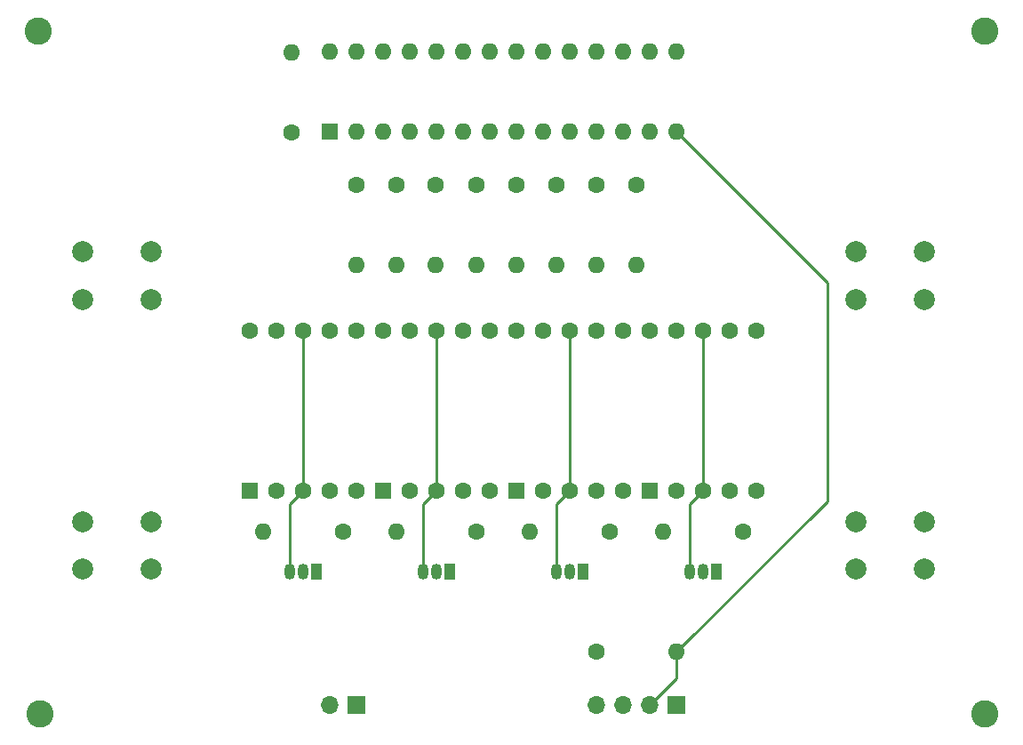
<source format=gbr>
%TF.GenerationSoftware,KiCad,Pcbnew,6.0.7*%
%TF.CreationDate,2022-08-16T20:24:01-07:00*%
%TF.ProjectId,thermometer-digital-min_max-pcb,74686572-6d6f-46d6-9574-65722d646967,rev?*%
%TF.SameCoordinates,Original*%
%TF.FileFunction,Copper,L3,Inr*%
%TF.FilePolarity,Positive*%
%FSLAX46Y46*%
G04 Gerber Fmt 4.6, Leading zero omitted, Abs format (unit mm)*
G04 Created by KiCad (PCBNEW 6.0.7) date 2022-08-16 20:24:01*
%MOMM*%
%LPD*%
G01*
G04 APERTURE LIST*
%TA.AperFunction,ComponentPad*%
%ADD10C,1.600000*%
%TD*%
%TA.AperFunction,ComponentPad*%
%ADD11O,1.600000X1.600000*%
%TD*%
%TA.AperFunction,ComponentPad*%
%ADD12R,1.700000X1.700000*%
%TD*%
%TA.AperFunction,ComponentPad*%
%ADD13O,1.700000X1.700000*%
%TD*%
%TA.AperFunction,ComponentPad*%
%ADD14R,1.600000X1.600000*%
%TD*%
%TA.AperFunction,ComponentPad*%
%ADD15C,2.600000*%
%TD*%
%TA.AperFunction,ComponentPad*%
%ADD16R,1.050000X1.500000*%
%TD*%
%TA.AperFunction,ComponentPad*%
%ADD17O,1.050000X1.500000*%
%TD*%
%TA.AperFunction,ComponentPad*%
%ADD18C,2.000000*%
%TD*%
%TA.AperFunction,Conductor*%
%ADD19C,0.250000*%
%TD*%
G04 APERTURE END LIST*
D10*
%TO.N,Net-(R4-Pad1)*%
%TO.C,R4*%
X152400000Y-59690000D03*
D11*
%TO.N,/SS_E*%
X152400000Y-67310000D03*
%TD*%
D10*
%TO.N,Net-(R0-Pad1)*%
%TO.C,R0*%
X137160000Y-59690000D03*
D11*
%TO.N,/SS_A*%
X137160000Y-67310000D03*
%TD*%
D12*
%TO.N,VCC*%
%TO.C,J1*%
X137160000Y-109220000D03*
D13*
%TO.N,GND*%
X134620000Y-109220000D03*
%TD*%
D14*
%TO.N,/SS_E*%
%TO.C,D2*%
X139700000Y-88777500D03*
D10*
%TO.N,/SS_D*%
X142240000Y-88777500D03*
%TO.N,Net-(D2-Pad3)*%
X144780000Y-88777500D03*
%TO.N,/SS_C*%
X147320000Y-88777500D03*
%TO.N,/SS_DP*%
X149860000Y-88777500D03*
%TO.N,/SS_B*%
X149860000Y-73537500D03*
%TO.N,/SS_A*%
X147320000Y-73537500D03*
%TO.N,Net-(D2-Pad3)*%
X144780000Y-73537500D03*
%TO.N,/SS_F*%
X142240000Y-73537500D03*
%TO.N,/SS_G*%
X139700000Y-73537500D03*
%TD*%
%TO.N,Net-(R9-Pad1)*%
%TO.C,R9*%
X148590000Y-92710000D03*
D11*
%TO.N,Net-(Q2-Pad2)*%
X140970000Y-92710000D03*
%TD*%
D14*
%TO.N,/SS_E*%
%TO.C,D0*%
X165100000Y-88777500D03*
D10*
%TO.N,/SS_D*%
X167640000Y-88777500D03*
%TO.N,Net-(D0-Pad3)*%
X170180000Y-88777500D03*
%TO.N,/SS_C*%
X172720000Y-88777500D03*
%TO.N,/SS_DP*%
X175260000Y-88777500D03*
%TO.N,/SS_B*%
X175260000Y-73537500D03*
%TO.N,/SS_A*%
X172720000Y-73537500D03*
%TO.N,Net-(D0-Pad3)*%
X170180000Y-73537500D03*
%TO.N,/SS_F*%
X167640000Y-73537500D03*
%TO.N,/SS_G*%
X165100000Y-73537500D03*
%TD*%
%TO.N,Net-(R1-Pad1)*%
%TO.C,R1*%
X140970000Y-59690000D03*
D11*
%TO.N,/SS_B*%
X140970000Y-67310000D03*
%TD*%
D14*
%TO.N,Net-(R13-Pad1)*%
%TO.C,U0*%
X134620000Y-54610000D03*
D11*
%TO.N,Net-(R0-Pad1)*%
X137160000Y-54610000D03*
%TO.N,Net-(R1-Pad1)*%
X139700000Y-54610000D03*
%TO.N,Net-(R2-Pad1)*%
X142240000Y-54610000D03*
%TO.N,Net-(R3-Pad1)*%
X144780000Y-54610000D03*
%TO.N,Net-(R4-Pad1)*%
X147320000Y-54610000D03*
%TO.N,VCC*%
X149860000Y-54610000D03*
%TO.N,GND*%
X152400000Y-54610000D03*
%TO.N,unconnected-(U0-Pad9)*%
X154940000Y-54610000D03*
%TO.N,unconnected-(U0-Pad10)*%
X157480000Y-54610000D03*
%TO.N,Net-(R5-Pad1)*%
X160020000Y-54610000D03*
%TO.N,Net-(R6-Pad1)*%
X162560000Y-54610000D03*
%TO.N,Net-(R7-Pad1)*%
X165100000Y-54610000D03*
%TO.N,Net-(R12-Pad2)*%
X167640000Y-54610000D03*
%TO.N,Net-(B3-Pad1)*%
X167640000Y-46990000D03*
%TO.N,Net-(B2-Pad1)*%
X165100000Y-46990000D03*
%TO.N,Net-(B1-Pad1)*%
X162560000Y-46990000D03*
%TO.N,Net-(B0-Pad1)*%
X160020000Y-46990000D03*
%TO.N,unconnected-(U0-Pad19)*%
X157480000Y-46990000D03*
%TO.N,unconnected-(U0-Pad20)*%
X154940000Y-46990000D03*
%TO.N,unconnected-(U0-Pad21)*%
X152400000Y-46990000D03*
%TO.N,GND*%
X149860000Y-46990000D03*
%TO.N,Net-(R11-Pad1)*%
X147320000Y-46990000D03*
%TO.N,Net-(R10-Pad1)*%
X144780000Y-46990000D03*
%TO.N,Net-(R9-Pad1)*%
X142240000Y-46990000D03*
%TO.N,Net-(R8-Pad1)*%
X139700000Y-46990000D03*
%TO.N,unconnected-(U0-Pad27)*%
X137160000Y-46990000D03*
%TO.N,unconnected-(U0-Pad28)*%
X134620000Y-46990000D03*
%TD*%
D10*
%TO.N,Net-(R8-Pad1)*%
%TO.C,R8*%
X135890000Y-92710000D03*
D11*
%TO.N,Net-(Q3-Pad2)*%
X128270000Y-92710000D03*
%TD*%
D15*
%TO.N,N/C*%
%TO.C,REF\u002A\u002A*%
X197000000Y-45000000D03*
%TD*%
D16*
%TO.N,GND*%
%TO.C,Q2*%
X146050000Y-96520000D03*
D17*
%TO.N,Net-(Q2-Pad2)*%
X144780000Y-96520000D03*
%TO.N,Net-(D2-Pad3)*%
X143510000Y-96520000D03*
%TD*%
D10*
%TO.N,Net-(R10-Pad1)*%
%TO.C,R10*%
X161290000Y-92710000D03*
D11*
%TO.N,Net-(Q1-Pad2)*%
X153670000Y-92710000D03*
%TD*%
D15*
%TO.N,N/C*%
%TO.C,REF\u002A\u002A*%
X106800000Y-45000000D03*
%TD*%
D10*
%TO.N,Net-(R5-Pad1)*%
%TO.C,R5*%
X156210000Y-59690000D03*
D11*
%TO.N,/SS_F*%
X156210000Y-67310000D03*
%TD*%
D10*
%TO.N,Net-(R3-Pad1)*%
%TO.C,R3*%
X148590000Y-59690000D03*
D11*
%TO.N,/SS_D*%
X148590000Y-67310000D03*
%TD*%
D18*
%TO.N,Net-(B0-Pad1)*%
%TO.C,B0*%
X191210000Y-66040000D03*
X184710000Y-66040000D03*
%TO.N,GND*%
X191210000Y-70540000D03*
X184710000Y-70540000D03*
%TD*%
%TO.N,Net-(B3-Pad1)*%
%TO.C,B3*%
X184710000Y-91730000D03*
X191210000Y-91730000D03*
%TO.N,GND*%
X191210000Y-96230000D03*
X184710000Y-96230000D03*
%TD*%
D10*
%TO.N,Net-(R11-Pad1)*%
%TO.C,R11*%
X173990000Y-92710000D03*
D11*
%TO.N,Net-(Q0-Pad2)*%
X166370000Y-92710000D03*
%TD*%
D10*
%TO.N,Net-(R13-Pad1)*%
%TO.C,R13*%
X130927000Y-54620000D03*
D11*
%TO.N,VCC*%
X130927000Y-47000000D03*
%TD*%
D10*
%TO.N,Net-(R6-Pad1)*%
%TO.C,R6*%
X160020000Y-59690000D03*
D11*
%TO.N,/SS_G*%
X160020000Y-67310000D03*
%TD*%
D18*
%TO.N,Net-(B2-Pad1)*%
%TO.C,B2*%
X117550000Y-91730000D03*
X111050000Y-91730000D03*
%TO.N,GND*%
X117550000Y-96230000D03*
X111050000Y-96230000D03*
%TD*%
D15*
%TO.N,N/C*%
%TO.C,REF\u002A\u002A*%
X107000000Y-110000000D03*
%TD*%
D16*
%TO.N,GND*%
%TO.C,Q3*%
X133350000Y-96520000D03*
D17*
%TO.N,Net-(Q3-Pad2)*%
X132080000Y-96520000D03*
%TO.N,Net-(D3-Pad3)*%
X130810000Y-96520000D03*
%TD*%
D14*
%TO.N,/SS_E*%
%TO.C,D3*%
X127000000Y-88777500D03*
D10*
%TO.N,/SS_D*%
X129540000Y-88777500D03*
%TO.N,Net-(D3-Pad3)*%
X132080000Y-88777500D03*
%TO.N,/SS_C*%
X134620000Y-88777500D03*
%TO.N,/SS_DP*%
X137160000Y-88777500D03*
%TO.N,/SS_B*%
X137160000Y-73537500D03*
%TO.N,/SS_A*%
X134620000Y-73537500D03*
%TO.N,Net-(D3-Pad3)*%
X132080000Y-73537500D03*
%TO.N,/SS_F*%
X129540000Y-73537500D03*
%TO.N,/SS_G*%
X127000000Y-73537500D03*
%TD*%
D18*
%TO.N,Net-(B1-Pad1)*%
%TO.C,B1*%
X111050000Y-66040000D03*
X117550000Y-66040000D03*
%TO.N,GND*%
X117550000Y-70540000D03*
X111050000Y-70540000D03*
%TD*%
D15*
%TO.N,N/C*%
%TO.C,REF\u002A\u002A*%
X197000000Y-110000000D03*
%TD*%
D10*
%TO.N,Net-(R7-Pad1)*%
%TO.C,R7*%
X163830000Y-59690000D03*
D11*
%TO.N,/SS_DP*%
X163830000Y-67310000D03*
%TD*%
D16*
%TO.N,GND*%
%TO.C,Q1*%
X158750000Y-96520000D03*
D17*
%TO.N,Net-(Q1-Pad2)*%
X157480000Y-96520000D03*
%TO.N,Net-(D1-Pad3)*%
X156210000Y-96520000D03*
%TD*%
D10*
%TO.N,VCC*%
%TO.C,R12*%
X160020000Y-104140000D03*
D11*
%TO.N,Net-(R12-Pad2)*%
X167640000Y-104140000D03*
%TD*%
D12*
%TO.N,VCC*%
%TO.C,J0*%
X167640000Y-109220000D03*
D13*
%TO.N,Net-(R12-Pad2)*%
X165100000Y-109220000D03*
%TO.N,GND*%
X162560000Y-109220000D03*
X160020000Y-109220000D03*
%TD*%
D14*
%TO.N,/SS_E*%
%TO.C,D1*%
X152400000Y-88777500D03*
D10*
%TO.N,/SS_D*%
X154940000Y-88777500D03*
%TO.N,Net-(D1-Pad3)*%
X157480000Y-88777500D03*
%TO.N,/SS_C*%
X160020000Y-88777500D03*
%TO.N,/SS_DP*%
X162560000Y-88777500D03*
%TO.N,/SS_B*%
X162560000Y-73537500D03*
%TO.N,/SS_A*%
X160020000Y-73537500D03*
%TO.N,Net-(D1-Pad3)*%
X157480000Y-73537500D03*
%TO.N,/SS_F*%
X154940000Y-73537500D03*
%TO.N,/SS_G*%
X152400000Y-73537500D03*
%TD*%
D16*
%TO.N,GND*%
%TO.C,Q0*%
X171450000Y-96520000D03*
D17*
%TO.N,Net-(Q0-Pad2)*%
X170180000Y-96520000D03*
%TO.N,Net-(D0-Pad3)*%
X168910000Y-96520000D03*
%TD*%
D10*
%TO.N,Net-(R2-Pad1)*%
%TO.C,R2*%
X144680000Y-59690000D03*
D11*
%TO.N,/SS_C*%
X144680000Y-67310000D03*
%TD*%
D19*
%TO.N,Net-(D0-Pad3)*%
X168910000Y-90047500D02*
X168910000Y-96520000D01*
X170180000Y-73537500D02*
X170180000Y-88777500D01*
X170180000Y-88777500D02*
X168910000Y-90047500D01*
%TO.N,Net-(D1-Pad3)*%
X156210000Y-90047500D02*
X156210000Y-96520000D01*
X157480000Y-73537500D02*
X157480000Y-88777500D01*
X157480000Y-88777500D02*
X156210000Y-90047500D01*
%TO.N,Net-(D2-Pad3)*%
X143510000Y-90047500D02*
X143510000Y-96520000D01*
X144780000Y-88777500D02*
X143510000Y-90047500D01*
X144780000Y-73537500D02*
X144780000Y-88777500D01*
%TO.N,Net-(D3-Pad3)*%
X132080000Y-73537500D02*
X132080000Y-88777500D01*
X132080000Y-88777500D02*
X130810000Y-90047500D01*
X130810000Y-90047500D02*
X130810000Y-96520000D01*
%TO.N,Net-(R12-Pad2)*%
X167640000Y-106680000D02*
X165100000Y-109220000D01*
X182000000Y-89780000D02*
X182000000Y-68970000D01*
X167640000Y-104140000D02*
X167640000Y-106680000D01*
X182000000Y-68970000D02*
X167640000Y-54610000D01*
X167640000Y-104140000D02*
X182000000Y-89780000D01*
%TD*%
M02*

</source>
